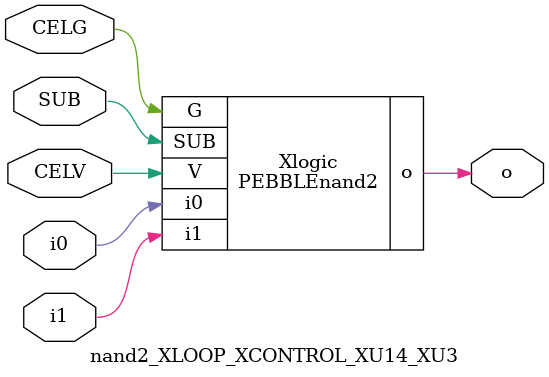
<source format=v>



module PEBBLEnand2 ( o, G, SUB, V, i0, i1 );

  input i0;
  input V;
  input i1;
  input G;
  output o;
  input SUB;
endmodule

//Celera Confidential Do Not Copy nand2_XLOOP_XCONTROL_XU14_XU3
//Celera Confidential Symbol Generator
//5V NAND2
module nand2_XLOOP_XCONTROL_XU14_XU3 (CELV,CELG,i0,i1,o,SUB);
input CELV;
input CELG;
input i0;
input i1;
input SUB;
output o;

//Celera Confidential Do Not Copy nand2
PEBBLEnand2 Xlogic(
.V (CELV),
.i0 (i0),
.i1 (i1),
.o (o),
.SUB (SUB),
.G (CELG)
);
//,diesize,PEBBLEnand2

//Celera Confidential Do Not Copy Module End
//Celera Schematic Generator
endmodule

</source>
